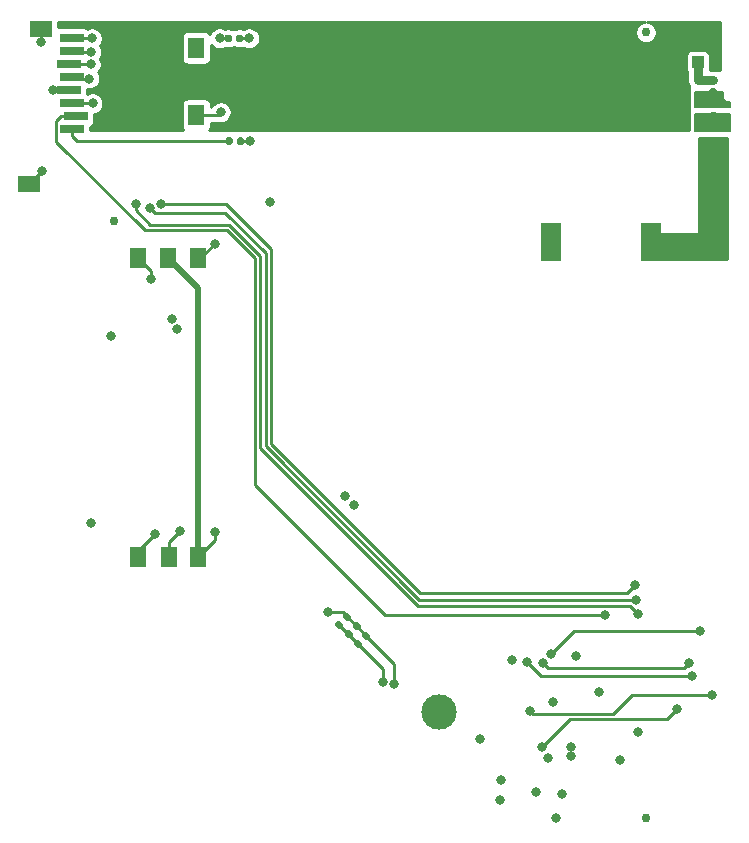
<source format=gbr>
G04 #@! TF.GenerationSoftware,KiCad,Pcbnew,5.1.6+dfsg1-1~bpo10+1*
G04 #@! TF.CreationDate,2021-06-19T16:41:49-04:00*
G04 #@! TF.ProjectId,RUSP_Daughterboard,52555350-5f44-4617-9567-68746572626f,rev?*
G04 #@! TF.SameCoordinates,Original*
G04 #@! TF.FileFunction,Copper,L1,Top*
G04 #@! TF.FilePolarity,Positive*
%FSLAX46Y46*%
G04 Gerber Fmt 4.6, Leading zero omitted, Abs format (unit mm)*
G04 Created by KiCad (PCBNEW 5.1.6+dfsg1-1~bpo10+1) date 2021-06-19 16:41:49*
%MOMM*%
%LPD*%
G01*
G04 APERTURE LIST*
G04 #@! TA.AperFunction,ComponentPad*
%ADD10C,3.000000*%
G04 #@! TD*
G04 #@! TA.AperFunction,SMDPad,CuDef*
%ADD11R,1.700000X3.200000*%
G04 #@! TD*
G04 #@! TA.AperFunction,SMDPad,CuDef*
%ADD12R,1.000000X1.000000*%
G04 #@! TD*
G04 #@! TA.AperFunction,SMDPad,CuDef*
%ADD13R,1.050000X2.200000*%
G04 #@! TD*
G04 #@! TA.AperFunction,SMDPad,CuDef*
%ADD14C,0.750000*%
G04 #@! TD*
G04 #@! TA.AperFunction,SMDPad,CuDef*
%ADD15R,1.400000X1.800000*%
G04 #@! TD*
G04 #@! TA.AperFunction,SMDPad,CuDef*
%ADD16R,2.000000X0.800000*%
G04 #@! TD*
G04 #@! TA.AperFunction,SMDPad,CuDef*
%ADD17R,1.900000X1.400000*%
G04 #@! TD*
G04 #@! TA.AperFunction,ViaPad*
%ADD18C,0.800000*%
G04 #@! TD*
G04 #@! TA.AperFunction,Conductor*
%ADD19C,0.250000*%
G04 #@! TD*
G04 #@! TA.AperFunction,Conductor*
%ADD20C,0.500000*%
G04 #@! TD*
G04 #@! TA.AperFunction,Conductor*
%ADD21C,0.750000*%
G04 #@! TD*
G04 #@! TA.AperFunction,Conductor*
%ADD22C,0.200000*%
G04 #@! TD*
G04 #@! TA.AperFunction,Conductor*
%ADD23C,0.254000*%
G04 #@! TD*
G04 APERTURE END LIST*
D10*
X154000000Y-128000000D03*
D11*
X163450000Y-88200000D03*
X171950000Y-88200000D03*
G04 #@! TA.AperFunction,SMDPad,CuDef*
G36*
G01*
X175310000Y-77927500D02*
X175310000Y-78272500D01*
G75*
G02*
X175162500Y-78420000I-147500J0D01*
G01*
X174867500Y-78420000D01*
G75*
G02*
X174720000Y-78272500I0J147500D01*
G01*
X174720000Y-77927500D01*
G75*
G02*
X174867500Y-77780000I147500J0D01*
G01*
X175162500Y-77780000D01*
G75*
G02*
X175310000Y-77927500I0J-147500D01*
G01*
G37*
G04 #@! TD.AperFunction*
G04 #@! TA.AperFunction,SMDPad,CuDef*
G36*
G01*
X176280000Y-77927500D02*
X176280000Y-78272500D01*
G75*
G02*
X176132500Y-78420000I-147500J0D01*
G01*
X175837500Y-78420000D01*
G75*
G02*
X175690000Y-78272500I0J147500D01*
G01*
X175690000Y-77927500D01*
G75*
G02*
X175837500Y-77780000I147500J0D01*
G01*
X176132500Y-77780000D01*
G75*
G02*
X176280000Y-77927500I0J-147500D01*
G01*
G37*
G04 #@! TD.AperFunction*
D12*
X175900000Y-73000000D03*
X175900000Y-70000000D03*
D13*
X177375000Y-71500000D03*
X174425000Y-71500000D03*
G04 #@! TA.AperFunction,SMDPad,CuDef*
G36*
G01*
X177372500Y-74860000D02*
X177027500Y-74860000D01*
G75*
G02*
X176880000Y-74712500I0J147500D01*
G01*
X176880000Y-74417500D01*
G75*
G02*
X177027500Y-74270000I147500J0D01*
G01*
X177372500Y-74270000D01*
G75*
G02*
X177520000Y-74417500I0J-147500D01*
G01*
X177520000Y-74712500D01*
G75*
G02*
X177372500Y-74860000I-147500J0D01*
G01*
G37*
G04 #@! TD.AperFunction*
G04 #@! TA.AperFunction,SMDPad,CuDef*
G36*
G01*
X177372500Y-75830000D02*
X177027500Y-75830000D01*
G75*
G02*
X176880000Y-75682500I0J147500D01*
G01*
X176880000Y-75387500D01*
G75*
G02*
X177027500Y-75240000I147500J0D01*
G01*
X177372500Y-75240000D01*
G75*
G02*
X177520000Y-75387500I0J-147500D01*
G01*
X177520000Y-75682500D01*
G75*
G02*
X177372500Y-75830000I-147500J0D01*
G01*
G37*
G04 #@! TD.AperFunction*
G04 #@! TA.AperFunction,SMDPad,CuDef*
G36*
G01*
X177372500Y-76860000D02*
X177027500Y-76860000D01*
G75*
G02*
X176880000Y-76712500I0J147500D01*
G01*
X176880000Y-76417500D01*
G75*
G02*
X177027500Y-76270000I147500J0D01*
G01*
X177372500Y-76270000D01*
G75*
G02*
X177520000Y-76417500I0J-147500D01*
G01*
X177520000Y-76712500D01*
G75*
G02*
X177372500Y-76860000I-147500J0D01*
G01*
G37*
G04 #@! TD.AperFunction*
G04 #@! TA.AperFunction,SMDPad,CuDef*
G36*
G01*
X177372500Y-77830000D02*
X177027500Y-77830000D01*
G75*
G02*
X176880000Y-77682500I0J147500D01*
G01*
X176880000Y-77387500D01*
G75*
G02*
X177027500Y-77240000I147500J0D01*
G01*
X177372500Y-77240000D01*
G75*
G02*
X177520000Y-77387500I0J-147500D01*
G01*
X177520000Y-77682500D01*
G75*
G02*
X177372500Y-77830000I-147500J0D01*
G01*
G37*
G04 #@! TD.AperFunction*
G04 #@! TA.AperFunction,SMDPad,CuDef*
G36*
G01*
X147223674Y-121942375D02*
X147467625Y-122186327D01*
G75*
G02*
X147467625Y-122394923I-104298J-104298D01*
G01*
X147259029Y-122603519D01*
G75*
G02*
X147050433Y-122603519I-104298J104298D01*
G01*
X146806481Y-122359567D01*
G75*
G02*
X146806481Y-122150971I104298J104298D01*
G01*
X147015077Y-121942375D01*
G75*
G02*
X147223673Y-121942375I104298J-104298D01*
G01*
G37*
G04 #@! TD.AperFunction*
G04 #@! TA.AperFunction,SMDPad,CuDef*
G36*
G01*
X147909568Y-121256481D02*
X148153519Y-121500433D01*
G75*
G02*
X148153519Y-121709029I-104298J-104298D01*
G01*
X147944923Y-121917625D01*
G75*
G02*
X147736327Y-121917625I-104298J104298D01*
G01*
X147492375Y-121673673D01*
G75*
G02*
X147492375Y-121465077I104298J104298D01*
G01*
X147700971Y-121256481D01*
G75*
G02*
X147909567Y-121256481I104298J-104298D01*
G01*
G37*
G04 #@! TD.AperFunction*
G04 #@! TA.AperFunction,SMDPad,CuDef*
G36*
G01*
X146309568Y-119626481D02*
X146553519Y-119870433D01*
G75*
G02*
X146553519Y-120079029I-104298J-104298D01*
G01*
X146344923Y-120287625D01*
G75*
G02*
X146136327Y-120287625I-104298J104298D01*
G01*
X145892375Y-120043673D01*
G75*
G02*
X145892375Y-119835077I104298J104298D01*
G01*
X146100971Y-119626481D01*
G75*
G02*
X146309567Y-119626481I104298J-104298D01*
G01*
G37*
G04 #@! TD.AperFunction*
G04 #@! TA.AperFunction,SMDPad,CuDef*
G36*
G01*
X145623674Y-120312375D02*
X145867625Y-120556327D01*
G75*
G02*
X145867625Y-120764923I-104298J-104298D01*
G01*
X145659029Y-120973519D01*
G75*
G02*
X145450433Y-120973519I-104298J104298D01*
G01*
X145206481Y-120729567D01*
G75*
G02*
X145206481Y-120520971I104298J104298D01*
G01*
X145415077Y-120312375D01*
G75*
G02*
X145623673Y-120312375I104298J-104298D01*
G01*
G37*
G04 #@! TD.AperFunction*
G04 #@! TA.AperFunction,SMDPad,CuDef*
G36*
G01*
X147119568Y-120436481D02*
X147363519Y-120680433D01*
G75*
G02*
X147363519Y-120889029I-104298J-104298D01*
G01*
X147154923Y-121097625D01*
G75*
G02*
X146946327Y-121097625I-104298J104298D01*
G01*
X146702375Y-120853673D01*
G75*
G02*
X146702375Y-120645077I104298J104298D01*
G01*
X146910971Y-120436481D01*
G75*
G02*
X147119567Y-120436481I104298J-104298D01*
G01*
G37*
G04 #@! TD.AperFunction*
G04 #@! TA.AperFunction,SMDPad,CuDef*
G36*
G01*
X146433674Y-121122375D02*
X146677625Y-121366327D01*
G75*
G02*
X146677625Y-121574923I-104298J-104298D01*
G01*
X146469029Y-121783519D01*
G75*
G02*
X146260433Y-121783519I-104298J104298D01*
G01*
X146016481Y-121539567D01*
G75*
G02*
X146016481Y-121330971I104298J104298D01*
G01*
X146225077Y-121122375D01*
G75*
G02*
X146433673Y-121122375I104298J-104298D01*
G01*
G37*
G04 #@! TD.AperFunction*
D14*
X126500000Y-86500000D03*
X171500000Y-70500000D03*
X171500000Y-137000000D03*
D15*
X133560000Y-114886500D03*
X131083500Y-114886500D03*
X128480000Y-114886500D03*
X133560000Y-89613500D03*
X131020000Y-89613500D03*
X128480000Y-89613500D03*
D16*
X122875000Y-78690000D03*
X123275000Y-77590000D03*
X122875000Y-76490000D03*
X122675000Y-75390000D03*
X122875000Y-74290000D03*
X122675000Y-73190000D03*
X122875000Y-72090000D03*
X122875000Y-70990000D03*
D15*
X133425000Y-71800000D03*
X133425000Y-77500000D03*
D17*
X120275000Y-70200000D03*
X119275000Y-83350000D03*
G04 #@! TA.AperFunction,SMDPad,CuDef*
G36*
G01*
X136425000Y-70827500D02*
X136425000Y-71172500D01*
G75*
G02*
X136277500Y-71320000I-147500J0D01*
G01*
X135982500Y-71320000D01*
G75*
G02*
X135835000Y-71172500I0J147500D01*
G01*
X135835000Y-70827500D01*
G75*
G02*
X135982500Y-70680000I147500J0D01*
G01*
X136277500Y-70680000D01*
G75*
G02*
X136425000Y-70827500I0J-147500D01*
G01*
G37*
G04 #@! TD.AperFunction*
G04 #@! TA.AperFunction,SMDPad,CuDef*
G36*
G01*
X137395000Y-70827500D02*
X137395000Y-71172500D01*
G75*
G02*
X137247500Y-71320000I-147500J0D01*
G01*
X136952500Y-71320000D01*
G75*
G02*
X136805000Y-71172500I0J147500D01*
G01*
X136805000Y-70827500D01*
G75*
G02*
X136952500Y-70680000I147500J0D01*
G01*
X137247500Y-70680000D01*
G75*
G02*
X137395000Y-70827500I0J-147500D01*
G01*
G37*
G04 #@! TD.AperFunction*
G04 #@! TA.AperFunction,SMDPad,CuDef*
G36*
G01*
X137480000Y-79527500D02*
X137480000Y-79872500D01*
G75*
G02*
X137332500Y-80020000I-147500J0D01*
G01*
X137037500Y-80020000D01*
G75*
G02*
X136890000Y-79872500I0J147500D01*
G01*
X136890000Y-79527500D01*
G75*
G02*
X137037500Y-79380000I147500J0D01*
G01*
X137332500Y-79380000D01*
G75*
G02*
X137480000Y-79527500I0J-147500D01*
G01*
G37*
G04 #@! TD.AperFunction*
G04 #@! TA.AperFunction,SMDPad,CuDef*
G36*
G01*
X136510000Y-79527500D02*
X136510000Y-79872500D01*
G75*
G02*
X136362500Y-80020000I-147500J0D01*
G01*
X136067500Y-80020000D01*
G75*
G02*
X135920000Y-79872500I0J147500D01*
G01*
X135920000Y-79527500D01*
G75*
G02*
X136067500Y-79380000I147500J0D01*
G01*
X136362500Y-79380000D01*
G75*
G02*
X136510000Y-79527500I0J-147500D01*
G01*
G37*
G04 #@! TD.AperFunction*
G04 #@! TA.AperFunction,SMDPad,CuDef*
G36*
G01*
X175310000Y-75927500D02*
X175310000Y-76272500D01*
G75*
G02*
X175162500Y-76420000I-147500J0D01*
G01*
X174867500Y-76420000D01*
G75*
G02*
X174720000Y-76272500I0J147500D01*
G01*
X174720000Y-75927500D01*
G75*
G02*
X174867500Y-75780000I147500J0D01*
G01*
X175162500Y-75780000D01*
G75*
G02*
X175310000Y-75927500I0J-147500D01*
G01*
G37*
G04 #@! TD.AperFunction*
G04 #@! TA.AperFunction,SMDPad,CuDef*
G36*
G01*
X176280000Y-75927500D02*
X176280000Y-76272500D01*
G75*
G02*
X176132500Y-76420000I-147500J0D01*
G01*
X175837500Y-76420000D01*
G75*
G02*
X175690000Y-76272500I0J147500D01*
G01*
X175690000Y-75927500D01*
G75*
G02*
X175837500Y-75780000I147500J0D01*
G01*
X176132500Y-75780000D01*
G75*
G02*
X176280000Y-75927500I0J-147500D01*
G01*
G37*
G04 #@! TD.AperFunction*
G04 #@! TA.AperFunction,SMDPad,CuDef*
G36*
G01*
X177372500Y-79930000D02*
X177027500Y-79930000D01*
G75*
G02*
X176880000Y-79782500I0J147500D01*
G01*
X176880000Y-79487500D01*
G75*
G02*
X177027500Y-79340000I147500J0D01*
G01*
X177372500Y-79340000D01*
G75*
G02*
X177520000Y-79487500I0J-147500D01*
G01*
X177520000Y-79782500D01*
G75*
G02*
X177372500Y-79930000I-147500J0D01*
G01*
G37*
G04 #@! TD.AperFunction*
G04 #@! TA.AperFunction,SMDPad,CuDef*
G36*
G01*
X177372500Y-78960000D02*
X177027500Y-78960000D01*
G75*
G02*
X176880000Y-78812500I0J147500D01*
G01*
X176880000Y-78517500D01*
G75*
G02*
X177027500Y-78370000I147500J0D01*
G01*
X177372500Y-78370000D01*
G75*
G02*
X177520000Y-78517500I0J-147500D01*
G01*
X177520000Y-78812500D01*
G75*
G02*
X177372500Y-78960000I-147500J0D01*
G01*
G37*
G04 #@! TD.AperFunction*
D18*
X120300000Y-71300000D03*
X135000000Y-88400000D03*
X124500000Y-112000000D03*
X124500000Y-73200000D03*
X157480000Y-130302000D03*
X120396006Y-82200000D03*
X146812000Y-110490000D03*
X146050000Y-109728000D03*
X149225010Y-125524888D03*
X159132660Y-135507340D03*
X165600000Y-123300000D03*
X170800000Y-129700000D03*
X174149991Y-127749991D03*
X162700000Y-131000000D03*
X175400000Y-125000000D03*
X161400000Y-123800000D03*
X160200000Y-123600000D03*
X161694805Y-127925000D03*
X139700000Y-84836000D03*
X177100000Y-126600000D03*
X121300000Y-75400000D03*
X137900000Y-71000000D03*
X138000000Y-79700000D03*
X159200000Y-133800000D03*
X169300000Y-132100000D03*
X170650000Y-118550000D03*
X124350000Y-74400000D03*
X129537660Y-85362340D03*
X170600000Y-117250000D03*
X124550000Y-72150000D03*
X130481712Y-85032505D03*
X135500000Y-77250000D03*
X163600000Y-127200000D03*
X170800000Y-119750000D03*
X128300000Y-85000000D03*
X124650000Y-76500000D03*
X168000000Y-119800000D03*
X176100000Y-121200000D03*
X163500000Y-123100000D03*
X164400000Y-134974990D03*
X126200000Y-96200000D03*
X129600000Y-91400000D03*
X163200000Y-131900000D03*
X129900000Y-113000000D03*
X163900000Y-137025010D03*
X132029325Y-112674990D03*
X162200000Y-134800000D03*
X135010743Y-112824979D03*
X144599994Y-119600000D03*
X150213474Y-125676423D03*
X124600000Y-71000000D03*
X135400000Y-71000000D03*
X165201292Y-131775010D03*
X131400000Y-94800000D03*
X165201292Y-131001292D03*
X131826000Y-95600000D03*
X167500000Y-126300000D03*
X162775000Y-123900000D03*
X175125010Y-123900000D03*
D19*
X120275000Y-70200000D02*
X120275000Y-71275000D01*
X120275000Y-71275000D02*
X120300000Y-71300000D01*
X133560000Y-89613500D02*
X133786500Y-89613500D01*
X133786500Y-89613500D02*
X135000000Y-88400000D01*
X122675000Y-73190000D02*
X124490000Y-73190000D01*
X124490000Y-73190000D02*
X124500000Y-73200000D01*
X119275000Y-83350000D02*
X120396006Y-82228994D01*
X120396006Y-82228994D02*
X120396006Y-82200000D01*
X149225010Y-124425010D02*
X149225010Y-125524888D01*
X145500000Y-120700000D02*
X149225010Y-124425010D01*
X165044989Y-128655011D02*
X162700000Y-131000000D01*
X174149991Y-127749991D02*
X173244971Y-128655011D01*
X173244971Y-128655011D02*
X165044989Y-128655011D01*
X175400000Y-125000000D02*
X162600000Y-125000000D01*
X162600000Y-125000000D02*
X161400000Y-123800000D01*
X161974806Y-128205001D02*
X168721997Y-128205001D01*
X168721997Y-128205001D02*
X170326998Y-126600000D01*
X161694805Y-127925000D02*
X161974806Y-128205001D01*
X170326998Y-126600000D02*
X177100000Y-126600000D01*
X122675000Y-75390000D02*
X121310000Y-75390000D01*
X121310000Y-75390000D02*
X121300000Y-75400000D01*
X137100000Y-71000000D02*
X137900000Y-71000000D01*
X137185000Y-79700000D02*
X138000000Y-79700000D01*
X124350000Y-74400000D02*
X122800000Y-74400000D01*
X122800000Y-74400000D02*
X122700000Y-74300000D01*
X139300000Y-105536410D02*
X139300000Y-89200000D01*
X135862339Y-85762339D02*
X129937659Y-85762339D01*
X170650000Y-118550000D02*
X152313590Y-118550000D01*
X152313590Y-118550000D02*
X139300000Y-105536410D01*
X139300000Y-89200000D02*
X135862339Y-85762339D01*
X129937659Y-85762339D02*
X129537660Y-85362340D01*
X124550000Y-72150000D02*
X123000000Y-72150000D01*
X123000000Y-72150000D02*
X122950000Y-72100000D01*
X169895216Y-117954784D02*
X152354784Y-117954784D01*
X135932505Y-85032505D02*
X130481712Y-85032505D01*
X152354784Y-117954784D02*
X139750000Y-105350000D01*
X139750000Y-88850000D02*
X135932505Y-85032505D01*
X139750000Y-105350000D02*
X139750000Y-88850000D01*
X170600000Y-117250000D02*
X169895216Y-117954784D01*
X135250000Y-77500000D02*
X135500000Y-77250000D01*
X133425000Y-77500000D02*
X135250000Y-77500000D01*
X124650000Y-76500000D02*
X122900000Y-76500000D01*
X122900000Y-76500000D02*
X122900000Y-76550000D01*
X152202178Y-119074998D02*
X138849991Y-105722811D01*
X138849991Y-105722811D02*
X138849991Y-89399990D01*
X170124998Y-119074998D02*
X152202178Y-119074998D01*
X129509316Y-86775001D02*
X128300000Y-85565685D01*
X128300000Y-85565685D02*
X128300000Y-85000000D01*
X136225001Y-86775001D02*
X129509316Y-86775001D01*
X138849991Y-89399990D02*
X136225001Y-86775001D01*
X170800000Y-119750000D02*
X170124998Y-119074998D01*
X129050000Y-87250000D02*
X136063590Y-87250000D01*
X136063590Y-87250000D02*
X138399980Y-89586390D01*
X123275000Y-77590000D02*
X121989998Y-77590000D01*
X121549999Y-78029999D02*
X121549999Y-79749999D01*
X121989998Y-77590000D02*
X121549999Y-78029999D01*
X149409002Y-119800000D02*
X168000000Y-119800000D01*
X138399980Y-108790978D02*
X149409002Y-119800000D01*
X138399980Y-89586390D02*
X138399980Y-108790978D01*
X121549999Y-79749999D02*
X129050000Y-87250000D01*
X165400000Y-121200000D02*
X163500000Y-123100000D01*
X176100000Y-121200000D02*
X165400000Y-121200000D01*
X128480000Y-89613500D02*
X129600000Y-90733500D01*
X129600000Y-90733500D02*
X129600000Y-91400000D01*
X128480000Y-114886500D02*
X128480000Y-114420000D01*
X128480000Y-114420000D02*
X129900000Y-113000000D01*
X131083500Y-114886500D02*
X131083500Y-113620815D01*
X131083500Y-113620815D02*
X132029325Y-112674990D01*
D20*
X133560000Y-114886500D02*
X133560000Y-92160000D01*
X133560000Y-92160000D02*
X131200000Y-89800000D01*
D19*
X133560000Y-114886500D02*
X135010743Y-113435757D01*
X135010743Y-113435757D02*
X135010743Y-112824979D01*
X145835894Y-119600000D02*
X144599994Y-119600000D01*
X147822947Y-121587053D02*
X145835894Y-119600000D01*
X150213474Y-123977580D02*
X150213474Y-125676423D01*
X147822947Y-121587053D02*
X150213474Y-123977580D01*
X122875000Y-78690000D02*
X122875000Y-79225000D01*
X122875000Y-79225000D02*
X123300000Y-79650000D01*
X123300000Y-79650000D02*
X136150000Y-79650000D01*
X122875000Y-70990000D02*
X124590000Y-70990000D01*
X124590000Y-70990000D02*
X124600000Y-71000000D01*
X136130000Y-71000000D02*
X135400000Y-71000000D01*
X163174999Y-124299999D02*
X174725011Y-124299999D01*
X162775000Y-123900000D02*
X163174999Y-124299999D01*
X174725011Y-124299999D02*
X175125010Y-123900000D01*
D21*
X177200000Y-74565000D02*
X175965000Y-74565000D01*
X175965000Y-74565000D02*
X175900000Y-74500000D01*
X175900000Y-74500000D02*
X175900000Y-72900000D01*
D22*
G36*
X178625000Y-78800000D02*
G01*
X175700000Y-78800000D01*
X175700000Y-77400000D01*
X178625000Y-77400000D01*
X178625000Y-78800000D01*
G37*
X178625000Y-78800000D02*
X175700000Y-78800000D01*
X175700000Y-77400000D01*
X178625000Y-77400000D01*
X178625000Y-78800000D01*
G36*
X178025000Y-75981581D02*
G01*
X178023186Y-76000000D01*
X178030426Y-76073513D01*
X178051869Y-76144200D01*
X178086691Y-76209347D01*
X178133552Y-76266448D01*
X178190653Y-76313309D01*
X178255800Y-76348131D01*
X178326487Y-76369574D01*
X178400000Y-76376814D01*
X178418419Y-76375000D01*
X178625000Y-76375000D01*
X178625000Y-76800000D01*
X175653963Y-76800000D01*
X175653963Y-75500000D01*
X178025000Y-75500000D01*
X178025000Y-75981581D01*
G37*
X178025000Y-75981581D02*
X178023186Y-76000000D01*
X178030426Y-76073513D01*
X178051869Y-76144200D01*
X178086691Y-76209347D01*
X178133552Y-76266448D01*
X178190653Y-76313309D01*
X178255800Y-76348131D01*
X178326487Y-76369574D01*
X178400000Y-76376814D01*
X178418419Y-76375000D01*
X178625000Y-76375000D01*
X178625000Y-76800000D01*
X175653963Y-76800000D01*
X175653963Y-75500000D01*
X178025000Y-75500000D01*
X178025000Y-75981581D01*
D23*
G36*
X176768405Y-79438012D02*
G01*
X176895414Y-79476540D01*
X177027500Y-79489549D01*
X177372500Y-79489549D01*
X177504586Y-79476540D01*
X177631595Y-79438012D01*
X177702310Y-79400214D01*
X178398000Y-79400214D01*
X178398000Y-89646214D01*
X171427000Y-89646214D01*
X171427000Y-87600214D01*
X175900000Y-87600214D01*
X175924776Y-87597774D01*
X175948601Y-87590547D01*
X175970557Y-87578811D01*
X175989803Y-87563017D01*
X176005597Y-87543771D01*
X176017333Y-87521815D01*
X176024560Y-87497990D01*
X176027000Y-87473214D01*
X176027000Y-79400214D01*
X176697690Y-79400214D01*
X176768405Y-79438012D01*
G37*
X176768405Y-79438012D02*
X176895414Y-79476540D01*
X177027500Y-79489549D01*
X177372500Y-79489549D01*
X177504586Y-79476540D01*
X177631595Y-79438012D01*
X177702310Y-79400214D01*
X178398000Y-79400214D01*
X178398000Y-89646214D01*
X171427000Y-89646214D01*
X171427000Y-87600214D01*
X175900000Y-87600214D01*
X175924776Y-87597774D01*
X175948601Y-87590547D01*
X175970557Y-87578811D01*
X175989803Y-87563017D01*
X176005597Y-87543771D01*
X176017333Y-87521815D01*
X176024560Y-87497990D01*
X176027000Y-87473214D01*
X176027000Y-79400214D01*
X176697690Y-79400214D01*
X176768405Y-79438012D01*
G36*
X171236896Y-69632664D02*
G01*
X171072743Y-69700658D01*
X170925009Y-69799371D01*
X170799371Y-69925009D01*
X170700658Y-70072743D01*
X170632664Y-70236896D01*
X170598000Y-70411161D01*
X170598000Y-70588839D01*
X170632664Y-70763104D01*
X170700658Y-70927257D01*
X170799371Y-71074991D01*
X170925009Y-71200629D01*
X171072743Y-71299342D01*
X171236896Y-71367336D01*
X171411161Y-71402000D01*
X171588839Y-71402000D01*
X171763104Y-71367336D01*
X171927257Y-71299342D01*
X172074991Y-71200629D01*
X172200629Y-71074991D01*
X172299342Y-70927257D01*
X172367336Y-70763104D01*
X172402000Y-70588839D01*
X172402000Y-70411161D01*
X172367336Y-70236896D01*
X172299342Y-70072743D01*
X172200629Y-69925009D01*
X172074991Y-69799371D01*
X171927257Y-69700658D01*
X171763104Y-69632664D01*
X171608948Y-69602000D01*
X177798001Y-69602000D01*
X177798000Y-73673000D01*
X177345836Y-73673000D01*
X177244307Y-73663000D01*
X176901267Y-73663000D01*
X176919374Y-73603310D01*
X176929549Y-73500000D01*
X176929549Y-72500000D01*
X176919374Y-72396690D01*
X176889239Y-72297350D01*
X176840304Y-72205798D01*
X176774448Y-72125552D01*
X176694202Y-72059696D01*
X176602650Y-72010761D01*
X176503310Y-71980626D01*
X176400000Y-71970451D01*
X175400000Y-71970451D01*
X175296690Y-71980626D01*
X175197350Y-72010761D01*
X175105798Y-72059696D01*
X175025552Y-72125552D01*
X174959696Y-72205798D01*
X174910761Y-72297350D01*
X174880626Y-72396690D01*
X174870451Y-72500000D01*
X174870451Y-73500000D01*
X174880626Y-73603310D01*
X174910761Y-73702650D01*
X174959696Y-73794202D01*
X174998000Y-73840876D01*
X174998000Y-74455700D01*
X174993637Y-74500000D01*
X174998000Y-74544299D01*
X174998000Y-74544306D01*
X175011052Y-74676822D01*
X175062629Y-74846849D01*
X175146386Y-75003548D01*
X175173000Y-75035977D01*
X175173000Y-75800085D01*
X175160451Y-75927500D01*
X175160451Y-76272500D01*
X175173000Y-76399915D01*
X175173000Y-77800085D01*
X175160451Y-77927500D01*
X175160451Y-78272500D01*
X175173000Y-78399915D01*
X175173000Y-78773000D01*
X134500636Y-78773000D01*
X134565304Y-78694202D01*
X134614239Y-78602650D01*
X134644374Y-78503310D01*
X134654549Y-78400000D01*
X134654549Y-78152000D01*
X135217978Y-78152000D01*
X135250000Y-78155154D01*
X135282022Y-78152000D01*
X135282686Y-78151935D01*
X135408699Y-78177000D01*
X135591301Y-78177000D01*
X135770396Y-78141376D01*
X135939099Y-78071496D01*
X136090928Y-77970048D01*
X136220048Y-77840928D01*
X136321496Y-77689099D01*
X136391376Y-77520396D01*
X136427000Y-77341301D01*
X136427000Y-77158699D01*
X136391376Y-76979604D01*
X136321496Y-76810901D01*
X136220048Y-76659072D01*
X136090928Y-76529952D01*
X135939099Y-76428504D01*
X135770396Y-76358624D01*
X135591301Y-76323000D01*
X135408699Y-76323000D01*
X135229604Y-76358624D01*
X135060901Y-76428504D01*
X134909072Y-76529952D01*
X134779952Y-76659072D01*
X134678504Y-76810901D01*
X134663137Y-76848000D01*
X134654549Y-76848000D01*
X134654549Y-76600000D01*
X134644374Y-76496690D01*
X134614239Y-76397350D01*
X134565304Y-76305798D01*
X134499448Y-76225552D01*
X134419202Y-76159696D01*
X134327650Y-76110761D01*
X134228310Y-76080626D01*
X134125000Y-76070451D01*
X132725000Y-76070451D01*
X132621690Y-76080626D01*
X132522350Y-76110761D01*
X132430798Y-76159696D01*
X132350552Y-76225552D01*
X132284696Y-76305798D01*
X132235761Y-76397350D01*
X132205626Y-76496690D01*
X132195451Y-76600000D01*
X132195451Y-78400000D01*
X132205626Y-78503310D01*
X132235761Y-78602650D01*
X132284696Y-78694202D01*
X132349364Y-78773000D01*
X124404549Y-78773000D01*
X124404549Y-78501414D01*
X124477650Y-78479239D01*
X124569202Y-78430304D01*
X124649448Y-78364448D01*
X124715304Y-78284202D01*
X124764239Y-78192650D01*
X124794374Y-78093310D01*
X124804549Y-77990000D01*
X124804549Y-77414419D01*
X124920396Y-77391376D01*
X125089099Y-77321496D01*
X125240928Y-77220048D01*
X125370048Y-77090928D01*
X125471496Y-76939099D01*
X125541376Y-76770396D01*
X125577000Y-76591301D01*
X125577000Y-76408699D01*
X125541376Y-76229604D01*
X125471496Y-76060901D01*
X125370048Y-75909072D01*
X125240928Y-75779952D01*
X125089099Y-75678504D01*
X124920396Y-75608624D01*
X124741301Y-75573000D01*
X124558699Y-75573000D01*
X124379604Y-75608624D01*
X124210901Y-75678504D01*
X124207265Y-75680933D01*
X124204549Y-75678704D01*
X124204549Y-75316229D01*
X124258699Y-75327000D01*
X124441301Y-75327000D01*
X124620396Y-75291376D01*
X124789099Y-75221496D01*
X124940928Y-75120048D01*
X125070048Y-74990928D01*
X125171496Y-74839099D01*
X125241376Y-74670396D01*
X125277000Y-74491301D01*
X125277000Y-74308699D01*
X125241376Y-74129604D01*
X125171496Y-73960901D01*
X125122862Y-73888114D01*
X125220048Y-73790928D01*
X125321496Y-73639099D01*
X125391376Y-73470396D01*
X125427000Y-73291301D01*
X125427000Y-73108699D01*
X125391376Y-72929604D01*
X125321496Y-72760901D01*
X125289099Y-72712415D01*
X125371496Y-72589099D01*
X125441376Y-72420396D01*
X125477000Y-72241301D01*
X125477000Y-72058699D01*
X125441376Y-71879604D01*
X125371496Y-71710901D01*
X125302835Y-71608141D01*
X125320048Y-71590928D01*
X125421496Y-71439099D01*
X125491376Y-71270396D01*
X125527000Y-71091301D01*
X125527000Y-70908699D01*
X125525270Y-70900000D01*
X132195451Y-70900000D01*
X132195451Y-72700000D01*
X132205626Y-72803310D01*
X132235761Y-72902650D01*
X132284696Y-72994202D01*
X132350552Y-73074448D01*
X132430798Y-73140304D01*
X132522350Y-73189239D01*
X132621690Y-73219374D01*
X132725000Y-73229549D01*
X134125000Y-73229549D01*
X134228310Y-73219374D01*
X134327650Y-73189239D01*
X134419202Y-73140304D01*
X134499448Y-73074448D01*
X134565304Y-72994202D01*
X134614239Y-72902650D01*
X134644374Y-72803310D01*
X134654549Y-72700000D01*
X134654549Y-71552909D01*
X134679952Y-71590928D01*
X134809072Y-71720048D01*
X134960901Y-71821496D01*
X135129604Y-71891376D01*
X135308699Y-71927000D01*
X135491301Y-71927000D01*
X135670396Y-71891376D01*
X135822917Y-71828199D01*
X135850414Y-71836540D01*
X135982500Y-71849549D01*
X136277500Y-71849549D01*
X136409586Y-71836540D01*
X136536595Y-71798012D01*
X136615000Y-71756104D01*
X136693405Y-71798012D01*
X136820414Y-71836540D01*
X136952500Y-71849549D01*
X137247500Y-71849549D01*
X137379586Y-71836540D01*
X137450996Y-71814878D01*
X137460901Y-71821496D01*
X137629604Y-71891376D01*
X137808699Y-71927000D01*
X137991301Y-71927000D01*
X138170396Y-71891376D01*
X138339099Y-71821496D01*
X138490928Y-71720048D01*
X138620048Y-71590928D01*
X138721496Y-71439099D01*
X138791376Y-71270396D01*
X138827000Y-71091301D01*
X138827000Y-70908699D01*
X138791376Y-70729604D01*
X138721496Y-70560901D01*
X138620048Y-70409072D01*
X138490928Y-70279952D01*
X138339099Y-70178504D01*
X138170396Y-70108624D01*
X137991301Y-70073000D01*
X137808699Y-70073000D01*
X137629604Y-70108624D01*
X137460901Y-70178504D01*
X137450996Y-70185122D01*
X137379586Y-70163460D01*
X137247500Y-70150451D01*
X136952500Y-70150451D01*
X136820414Y-70163460D01*
X136693405Y-70201988D01*
X136615000Y-70243896D01*
X136536595Y-70201988D01*
X136409586Y-70163460D01*
X136277500Y-70150451D01*
X135982500Y-70150451D01*
X135850414Y-70163460D01*
X135822917Y-70171801D01*
X135670396Y-70108624D01*
X135491301Y-70073000D01*
X135308699Y-70073000D01*
X135129604Y-70108624D01*
X134960901Y-70178504D01*
X134809072Y-70279952D01*
X134679952Y-70409072D01*
X134578504Y-70560901D01*
X134561717Y-70601427D01*
X134499448Y-70525552D01*
X134419202Y-70459696D01*
X134327650Y-70410761D01*
X134228310Y-70380626D01*
X134125000Y-70370451D01*
X132725000Y-70370451D01*
X132621690Y-70380626D01*
X132522350Y-70410761D01*
X132430798Y-70459696D01*
X132350552Y-70525552D01*
X132284696Y-70605798D01*
X132235761Y-70697350D01*
X132205626Y-70796690D01*
X132195451Y-70900000D01*
X125525270Y-70900000D01*
X125491376Y-70729604D01*
X125421496Y-70560901D01*
X125320048Y-70409072D01*
X125190928Y-70279952D01*
X125039099Y-70178504D01*
X124870396Y-70108624D01*
X124691301Y-70073000D01*
X124508699Y-70073000D01*
X124329604Y-70108624D01*
X124189746Y-70166556D01*
X124169202Y-70149696D01*
X124077650Y-70100761D01*
X123978310Y-70070626D01*
X123875000Y-70060451D01*
X121875000Y-70060451D01*
X121771690Y-70070626D01*
X121754549Y-70075826D01*
X121754549Y-69602000D01*
X171391052Y-69602000D01*
X171236896Y-69632664D01*
G37*
X171236896Y-69632664D02*
X171072743Y-69700658D01*
X170925009Y-69799371D01*
X170799371Y-69925009D01*
X170700658Y-70072743D01*
X170632664Y-70236896D01*
X170598000Y-70411161D01*
X170598000Y-70588839D01*
X170632664Y-70763104D01*
X170700658Y-70927257D01*
X170799371Y-71074991D01*
X170925009Y-71200629D01*
X171072743Y-71299342D01*
X171236896Y-71367336D01*
X171411161Y-71402000D01*
X171588839Y-71402000D01*
X171763104Y-71367336D01*
X171927257Y-71299342D01*
X172074991Y-71200629D01*
X172200629Y-71074991D01*
X172299342Y-70927257D01*
X172367336Y-70763104D01*
X172402000Y-70588839D01*
X172402000Y-70411161D01*
X172367336Y-70236896D01*
X172299342Y-70072743D01*
X172200629Y-69925009D01*
X172074991Y-69799371D01*
X171927257Y-69700658D01*
X171763104Y-69632664D01*
X171608948Y-69602000D01*
X177798001Y-69602000D01*
X177798000Y-73673000D01*
X177345836Y-73673000D01*
X177244307Y-73663000D01*
X176901267Y-73663000D01*
X176919374Y-73603310D01*
X176929549Y-73500000D01*
X176929549Y-72500000D01*
X176919374Y-72396690D01*
X176889239Y-72297350D01*
X176840304Y-72205798D01*
X176774448Y-72125552D01*
X176694202Y-72059696D01*
X176602650Y-72010761D01*
X176503310Y-71980626D01*
X176400000Y-71970451D01*
X175400000Y-71970451D01*
X175296690Y-71980626D01*
X175197350Y-72010761D01*
X175105798Y-72059696D01*
X175025552Y-72125552D01*
X174959696Y-72205798D01*
X174910761Y-72297350D01*
X174880626Y-72396690D01*
X174870451Y-72500000D01*
X174870451Y-73500000D01*
X174880626Y-73603310D01*
X174910761Y-73702650D01*
X174959696Y-73794202D01*
X174998000Y-73840876D01*
X174998000Y-74455700D01*
X174993637Y-74500000D01*
X174998000Y-74544299D01*
X174998000Y-74544306D01*
X175011052Y-74676822D01*
X175062629Y-74846849D01*
X175146386Y-75003548D01*
X175173000Y-75035977D01*
X175173000Y-75800085D01*
X175160451Y-75927500D01*
X175160451Y-76272500D01*
X175173000Y-76399915D01*
X175173000Y-77800085D01*
X175160451Y-77927500D01*
X175160451Y-78272500D01*
X175173000Y-78399915D01*
X175173000Y-78773000D01*
X134500636Y-78773000D01*
X134565304Y-78694202D01*
X134614239Y-78602650D01*
X134644374Y-78503310D01*
X134654549Y-78400000D01*
X134654549Y-78152000D01*
X135217978Y-78152000D01*
X135250000Y-78155154D01*
X135282022Y-78152000D01*
X135282686Y-78151935D01*
X135408699Y-78177000D01*
X135591301Y-78177000D01*
X135770396Y-78141376D01*
X135939099Y-78071496D01*
X136090928Y-77970048D01*
X136220048Y-77840928D01*
X136321496Y-77689099D01*
X136391376Y-77520396D01*
X136427000Y-77341301D01*
X136427000Y-77158699D01*
X136391376Y-76979604D01*
X136321496Y-76810901D01*
X136220048Y-76659072D01*
X136090928Y-76529952D01*
X135939099Y-76428504D01*
X135770396Y-76358624D01*
X135591301Y-76323000D01*
X135408699Y-76323000D01*
X135229604Y-76358624D01*
X135060901Y-76428504D01*
X134909072Y-76529952D01*
X134779952Y-76659072D01*
X134678504Y-76810901D01*
X134663137Y-76848000D01*
X134654549Y-76848000D01*
X134654549Y-76600000D01*
X134644374Y-76496690D01*
X134614239Y-76397350D01*
X134565304Y-76305798D01*
X134499448Y-76225552D01*
X134419202Y-76159696D01*
X134327650Y-76110761D01*
X134228310Y-76080626D01*
X134125000Y-76070451D01*
X132725000Y-76070451D01*
X132621690Y-76080626D01*
X132522350Y-76110761D01*
X132430798Y-76159696D01*
X132350552Y-76225552D01*
X132284696Y-76305798D01*
X132235761Y-76397350D01*
X132205626Y-76496690D01*
X132195451Y-76600000D01*
X132195451Y-78400000D01*
X132205626Y-78503310D01*
X132235761Y-78602650D01*
X132284696Y-78694202D01*
X132349364Y-78773000D01*
X124404549Y-78773000D01*
X124404549Y-78501414D01*
X124477650Y-78479239D01*
X124569202Y-78430304D01*
X124649448Y-78364448D01*
X124715304Y-78284202D01*
X124764239Y-78192650D01*
X124794374Y-78093310D01*
X124804549Y-77990000D01*
X124804549Y-77414419D01*
X124920396Y-77391376D01*
X125089099Y-77321496D01*
X125240928Y-77220048D01*
X125370048Y-77090928D01*
X125471496Y-76939099D01*
X125541376Y-76770396D01*
X125577000Y-76591301D01*
X125577000Y-76408699D01*
X125541376Y-76229604D01*
X125471496Y-76060901D01*
X125370048Y-75909072D01*
X125240928Y-75779952D01*
X125089099Y-75678504D01*
X124920396Y-75608624D01*
X124741301Y-75573000D01*
X124558699Y-75573000D01*
X124379604Y-75608624D01*
X124210901Y-75678504D01*
X124207265Y-75680933D01*
X124204549Y-75678704D01*
X124204549Y-75316229D01*
X124258699Y-75327000D01*
X124441301Y-75327000D01*
X124620396Y-75291376D01*
X124789099Y-75221496D01*
X124940928Y-75120048D01*
X125070048Y-74990928D01*
X125171496Y-74839099D01*
X125241376Y-74670396D01*
X125277000Y-74491301D01*
X125277000Y-74308699D01*
X125241376Y-74129604D01*
X125171496Y-73960901D01*
X125122862Y-73888114D01*
X125220048Y-73790928D01*
X125321496Y-73639099D01*
X125391376Y-73470396D01*
X125427000Y-73291301D01*
X125427000Y-73108699D01*
X125391376Y-72929604D01*
X125321496Y-72760901D01*
X125289099Y-72712415D01*
X125371496Y-72589099D01*
X125441376Y-72420396D01*
X125477000Y-72241301D01*
X125477000Y-72058699D01*
X125441376Y-71879604D01*
X125371496Y-71710901D01*
X125302835Y-71608141D01*
X125320048Y-71590928D01*
X125421496Y-71439099D01*
X125491376Y-71270396D01*
X125527000Y-71091301D01*
X125527000Y-70908699D01*
X125525270Y-70900000D01*
X132195451Y-70900000D01*
X132195451Y-72700000D01*
X132205626Y-72803310D01*
X132235761Y-72902650D01*
X132284696Y-72994202D01*
X132350552Y-73074448D01*
X132430798Y-73140304D01*
X132522350Y-73189239D01*
X132621690Y-73219374D01*
X132725000Y-73229549D01*
X134125000Y-73229549D01*
X134228310Y-73219374D01*
X134327650Y-73189239D01*
X134419202Y-73140304D01*
X134499448Y-73074448D01*
X134565304Y-72994202D01*
X134614239Y-72902650D01*
X134644374Y-72803310D01*
X134654549Y-72700000D01*
X134654549Y-71552909D01*
X134679952Y-71590928D01*
X134809072Y-71720048D01*
X134960901Y-71821496D01*
X135129604Y-71891376D01*
X135308699Y-71927000D01*
X135491301Y-71927000D01*
X135670396Y-71891376D01*
X135822917Y-71828199D01*
X135850414Y-71836540D01*
X135982500Y-71849549D01*
X136277500Y-71849549D01*
X136409586Y-71836540D01*
X136536595Y-71798012D01*
X136615000Y-71756104D01*
X136693405Y-71798012D01*
X136820414Y-71836540D01*
X136952500Y-71849549D01*
X137247500Y-71849549D01*
X137379586Y-71836540D01*
X137450996Y-71814878D01*
X137460901Y-71821496D01*
X137629604Y-71891376D01*
X137808699Y-71927000D01*
X137991301Y-71927000D01*
X138170396Y-71891376D01*
X138339099Y-71821496D01*
X138490928Y-71720048D01*
X138620048Y-71590928D01*
X138721496Y-71439099D01*
X138791376Y-71270396D01*
X138827000Y-71091301D01*
X138827000Y-70908699D01*
X138791376Y-70729604D01*
X138721496Y-70560901D01*
X138620048Y-70409072D01*
X138490928Y-70279952D01*
X138339099Y-70178504D01*
X138170396Y-70108624D01*
X137991301Y-70073000D01*
X137808699Y-70073000D01*
X137629604Y-70108624D01*
X137460901Y-70178504D01*
X137450996Y-70185122D01*
X137379586Y-70163460D01*
X137247500Y-70150451D01*
X136952500Y-70150451D01*
X136820414Y-70163460D01*
X136693405Y-70201988D01*
X136615000Y-70243896D01*
X136536595Y-70201988D01*
X136409586Y-70163460D01*
X136277500Y-70150451D01*
X135982500Y-70150451D01*
X135850414Y-70163460D01*
X135822917Y-70171801D01*
X135670396Y-70108624D01*
X135491301Y-70073000D01*
X135308699Y-70073000D01*
X135129604Y-70108624D01*
X134960901Y-70178504D01*
X134809072Y-70279952D01*
X134679952Y-70409072D01*
X134578504Y-70560901D01*
X134561717Y-70601427D01*
X134499448Y-70525552D01*
X134419202Y-70459696D01*
X134327650Y-70410761D01*
X134228310Y-70380626D01*
X134125000Y-70370451D01*
X132725000Y-70370451D01*
X132621690Y-70380626D01*
X132522350Y-70410761D01*
X132430798Y-70459696D01*
X132350552Y-70525552D01*
X132284696Y-70605798D01*
X132235761Y-70697350D01*
X132205626Y-70796690D01*
X132195451Y-70900000D01*
X125525270Y-70900000D01*
X125491376Y-70729604D01*
X125421496Y-70560901D01*
X125320048Y-70409072D01*
X125190928Y-70279952D01*
X125039099Y-70178504D01*
X124870396Y-70108624D01*
X124691301Y-70073000D01*
X124508699Y-70073000D01*
X124329604Y-70108624D01*
X124189746Y-70166556D01*
X124169202Y-70149696D01*
X124077650Y-70100761D01*
X123978310Y-70070626D01*
X123875000Y-70060451D01*
X121875000Y-70060451D01*
X121771690Y-70070626D01*
X121754549Y-70075826D01*
X121754549Y-69602000D01*
X171391052Y-69602000D01*
X171236896Y-69632664D01*
M02*

</source>
